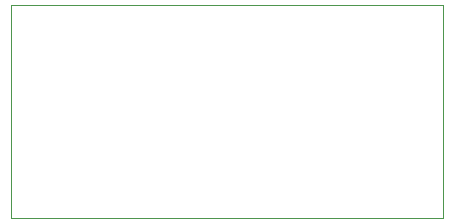
<source format=gbr>
%TF.GenerationSoftware,KiCad,Pcbnew,7.0.5-7.0.5~ubuntu20.04.1*%
%TF.CreationDate,2023-07-18T12:45:14+02:00*%
%TF.ProjectId,EpromEMU_TOP_new_STM32F3,4570726f-6d45-44d5-955f-544f505f6e65,rev?*%
%TF.SameCoordinates,Original*%
%TF.FileFunction,Profile,NP*%
%FSLAX46Y46*%
G04 Gerber Fmt 4.6, Leading zero omitted, Abs format (unit mm)*
G04 Created by KiCad (PCBNEW 7.0.5-7.0.5~ubuntu20.04.1) date 2023-07-18 12:45:14*
%MOMM*%
%LPD*%
G01*
G04 APERTURE LIST*
%TA.AperFunction,Profile*%
%ADD10C,0.100000*%
%TD*%
G04 APERTURE END LIST*
D10*
X100000000Y-82000000D02*
X136500000Y-82000000D01*
X136500000Y-100000000D01*
X100000000Y-100000000D01*
X100000000Y-82000000D01*
M02*

</source>
